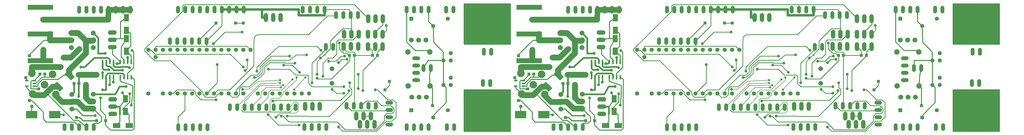
<source format=gbl>
G75*
%MOIN*%
%OFA0B0*%
%FSLAX25Y25*%
%IPPOS*%
%LPD*%
%AMOC8*
5,1,8,0,0,1.08239X$1,22.5*
%
%ADD10R,0.07000X0.09900*%
%ADD11R,0.09900X0.07000*%
%ADD12C,0.06000*%
%ADD13OC8,0.10000*%
%ADD14C,0.05800*%
%ADD15C,0.06750*%
%ADD16R,0.02100X0.06300*%
%ADD17C,0.06500*%
%ADD18C,0.05200*%
%ADD19R,0.15748X0.09843*%
%ADD20R,0.35000X0.07000*%
%ADD21R,0.05543X0.05543*%
%ADD22C,0.05543*%
%ADD23OC8,0.05200*%
%ADD24C,0.07400*%
%ADD25R,0.03937X0.04331*%
%ADD26R,0.07087X0.12598*%
%ADD27R,0.04724X0.02362*%
%ADD28C,0.02400*%
%ADD29C,0.03962*%
%ADD30C,0.01200*%
%ADD31C,0.01000*%
%ADD32C,0.01575*%
%ADD33C,0.03200*%
%ADD34C,0.03187*%
%ADD35C,0.00984*%
%ADD36R,0.03962X0.03962*%
%ADD37C,0.00600*%
%ADD38C,0.03100*%
%ADD39C,0.05000*%
%ADD40C,0.07874*%
%ADD41C,0.04750*%
%ADD42R,0.04750X0.04750*%
%ADD43C,0.07600*%
%ADD44C,0.04000*%
%ADD45C,0.01600*%
%ADD46R,0.03100X0.03100*%
D10*
X0255767Y0153320D03*
X0255767Y0170720D03*
X0257124Y0235910D03*
X0257124Y0253310D03*
X0257400Y0264613D03*
X0257400Y0282013D03*
X0926691Y0282013D03*
X0926691Y0264613D03*
X0926415Y0253310D03*
X0926415Y0235910D03*
X0925058Y0170720D03*
X0925058Y0153320D03*
D11*
X0930534Y0133961D03*
X0913134Y0133961D03*
X0261243Y0133961D03*
X0243843Y0133961D03*
D12*
X0241581Y0149988D02*
X0235581Y0149988D01*
X0235581Y0159988D02*
X0241581Y0159988D01*
X0241581Y0169988D02*
X0235581Y0169988D01*
X0502072Y0163490D02*
X0502072Y0157490D01*
X0512072Y0157490D02*
X0512072Y0163490D01*
X0522072Y0163490D02*
X0522072Y0157490D01*
X0571993Y0149955D02*
X0571993Y0143955D01*
X0576793Y0138744D02*
X0576793Y0132744D01*
X0586793Y0132744D02*
X0586793Y0138744D01*
X0581993Y0143955D02*
X0581993Y0149955D01*
X0591993Y0149955D02*
X0591993Y0143955D01*
X0596793Y0138744D02*
X0596793Y0132744D01*
X0904872Y0149988D02*
X0910872Y0149988D01*
X0910872Y0159988D02*
X0904872Y0159988D01*
X0904872Y0169988D02*
X0910872Y0169988D01*
X1171363Y0163490D02*
X1171363Y0157490D01*
X1181363Y0157490D02*
X1181363Y0163490D01*
X1191363Y0163490D02*
X1191363Y0157490D01*
X1241285Y0149955D02*
X1241285Y0143955D01*
X1246085Y0138744D02*
X1246085Y0132744D01*
X1256085Y0132744D02*
X1256085Y0138744D01*
X1251285Y0143955D02*
X1251285Y0149955D01*
X1261285Y0149955D02*
X1261285Y0143955D01*
X1266085Y0138744D02*
X1266085Y0132744D01*
X1267266Y0239366D02*
X1267266Y0245366D01*
X1277266Y0245366D02*
X1277266Y0239366D01*
X1257266Y0239366D02*
X1257266Y0245366D01*
X1243801Y0245681D02*
X1243801Y0239681D01*
X1233801Y0239681D02*
X1233801Y0245681D01*
X1223801Y0245681D02*
X1223801Y0239681D01*
X1224589Y0256374D02*
X1224589Y0262374D01*
X1234589Y0262374D02*
X1234589Y0256374D01*
X1244589Y0256374D02*
X1244589Y0262374D01*
X1257266Y0262453D02*
X1257266Y0256453D01*
X1267266Y0256453D02*
X1267266Y0262453D01*
X1277266Y0262453D02*
X1277266Y0256453D01*
X1277392Y0277835D02*
X1277392Y0283835D01*
X1267392Y0283835D02*
X1267392Y0277835D01*
X1257392Y0277835D02*
X1257392Y0283835D01*
X1137404Y0285382D02*
X1137404Y0279382D01*
X1127404Y0279382D02*
X1127404Y0285382D01*
X1117404Y0285382D02*
X1117404Y0279382D01*
X0910085Y0261650D02*
X0904085Y0261650D01*
X0904085Y0251650D02*
X0910085Y0251650D01*
X0910085Y0241650D02*
X0904085Y0241650D01*
X0607974Y0239366D02*
X0607974Y0245366D01*
X0597974Y0245366D02*
X0597974Y0239366D01*
X0587974Y0239366D02*
X0587974Y0245366D01*
X0574510Y0245681D02*
X0574510Y0239681D01*
X0564510Y0239681D02*
X0564510Y0245681D01*
X0554510Y0245681D02*
X0554510Y0239681D01*
X0555297Y0256374D02*
X0555297Y0262374D01*
X0565297Y0262374D02*
X0565297Y0256374D01*
X0575297Y0256374D02*
X0575297Y0262374D01*
X0587974Y0262453D02*
X0587974Y0256453D01*
X0597974Y0256453D02*
X0597974Y0262453D01*
X0607974Y0262453D02*
X0607974Y0256453D01*
X0608100Y0277835D02*
X0608100Y0283835D01*
X0598100Y0283835D02*
X0598100Y0277835D01*
X0588100Y0277835D02*
X0588100Y0283835D01*
X0468112Y0285382D02*
X0468112Y0279382D01*
X0458112Y0279382D02*
X0458112Y0285382D01*
X0448112Y0285382D02*
X0448112Y0279382D01*
X0240793Y0261650D02*
X0234793Y0261650D01*
X0234793Y0251650D02*
X0240793Y0251650D01*
X0240793Y0241650D02*
X0234793Y0241650D01*
D13*
X0156415Y0204484D03*
X0128069Y0205665D03*
X0145116Y0189878D03*
X0160510Y0176807D03*
X0129014Y0177516D03*
X0797360Y0205665D03*
X0825707Y0204484D03*
X0814407Y0189878D03*
X0829801Y0176807D03*
X0798305Y0177516D03*
D14*
X0956392Y0177862D03*
X0976392Y0177862D03*
X0986392Y0177862D03*
X0996392Y0177862D03*
X1006392Y0177862D03*
X1016392Y0177862D03*
X1026392Y0177862D03*
X1036392Y0177862D03*
X1046392Y0177862D03*
X1056392Y0177862D03*
X1066392Y0177862D03*
X1076392Y0177862D03*
X1086392Y0177862D03*
X1106392Y0177862D03*
X1116392Y0177862D03*
X1126392Y0177862D03*
X1136392Y0177862D03*
X1146392Y0177862D03*
X1156392Y0177862D03*
X1166392Y0177862D03*
X1176392Y0177862D03*
X0966392Y0227862D03*
X0966392Y0237862D03*
X0976392Y0237862D03*
X0986392Y0237862D03*
X0996392Y0237862D03*
X1006392Y0237862D03*
X1016392Y0237862D03*
X1026392Y0237862D03*
X1036392Y0237862D03*
X1046392Y0237862D03*
X1056392Y0237862D03*
X1066392Y0237862D03*
X1076392Y0237862D03*
X1086392Y0237862D03*
X1096392Y0237862D03*
X0956392Y0237862D03*
X0507100Y0177862D03*
X0497100Y0177862D03*
X0487100Y0177862D03*
X0477100Y0177862D03*
X0467100Y0177862D03*
X0457100Y0177862D03*
X0447100Y0177862D03*
X0437100Y0177862D03*
X0417100Y0177862D03*
X0407100Y0177862D03*
X0397100Y0177862D03*
X0387100Y0177862D03*
X0377100Y0177862D03*
X0367100Y0177862D03*
X0357100Y0177862D03*
X0347100Y0177862D03*
X0337100Y0177862D03*
X0327100Y0177862D03*
X0317100Y0177862D03*
X0307100Y0177862D03*
X0287100Y0177862D03*
X0297100Y0227862D03*
X0297100Y0237862D03*
X0287100Y0237862D03*
X0307100Y0237862D03*
X0317100Y0237862D03*
X0327100Y0237862D03*
X0337100Y0237862D03*
X0347100Y0237862D03*
X0357100Y0237862D03*
X0367100Y0237862D03*
X0377100Y0237862D03*
X0387100Y0237862D03*
X0397100Y0237862D03*
X0407100Y0237862D03*
X0417100Y0237862D03*
X0427100Y0237862D03*
D15*
X0211793Y0240941D03*
X0181998Y0240862D03*
X0181998Y0250862D03*
X0211793Y0250941D03*
X0211793Y0260941D03*
X0181998Y0260862D03*
X0182675Y0176650D03*
X0212085Y0177043D03*
X0212085Y0167043D03*
X0182675Y0166650D03*
X0182675Y0156650D03*
X0212085Y0157043D03*
X0647852Y0173146D03*
X0657852Y0173146D03*
X0667852Y0173146D03*
X0851967Y0176650D03*
X0881376Y0177043D03*
X0881376Y0167043D03*
X0851967Y0166650D03*
X0851967Y0156650D03*
X0881376Y0157043D03*
X0881085Y0240941D03*
X0851289Y0240862D03*
X0851289Y0250862D03*
X0881085Y0250941D03*
X0881085Y0260941D03*
X0851289Y0260862D03*
X0667360Y0251394D03*
X0657360Y0251394D03*
X0647360Y0251394D03*
X1316652Y0251394D03*
X1326652Y0251394D03*
X1336652Y0251394D03*
X1337144Y0173146D03*
X1327144Y0173146D03*
X1317144Y0173146D03*
D16*
X0933246Y0200412D03*
X0928246Y0200412D03*
X0923246Y0200412D03*
X0918246Y0200412D03*
X0908837Y0200412D03*
X0903837Y0200412D03*
X0898837Y0200412D03*
X0893837Y0200412D03*
X0893837Y0221312D03*
X0898837Y0221312D03*
X0903837Y0221312D03*
X0908837Y0221312D03*
X0918246Y0221312D03*
X0923246Y0221312D03*
X0928246Y0221312D03*
X0933246Y0221312D03*
X0263955Y0221312D03*
X0258955Y0221312D03*
X0253955Y0221312D03*
X0248955Y0221312D03*
X0239545Y0221312D03*
X0234545Y0221312D03*
X0229545Y0221312D03*
X0224545Y0221312D03*
X0224545Y0200412D03*
X0229545Y0200412D03*
X0234545Y0200412D03*
X0239545Y0200412D03*
X0248955Y0200412D03*
X0253955Y0200412D03*
X0258955Y0200412D03*
X0263955Y0200412D03*
D17*
X0538435Y0192185D03*
X0538435Y0212185D03*
X1207726Y0212185D03*
X1207726Y0192185D03*
D18*
X0172595Y0134433D02*
X0172595Y0129233D01*
X0182595Y0129233D02*
X0182595Y0134433D01*
X0192595Y0134433D02*
X0192595Y0129233D01*
X0202595Y0129233D02*
X0202595Y0134433D01*
X0212595Y0134433D02*
X0212595Y0129233D01*
X0328136Y0129093D02*
X0328136Y0134293D01*
X0338136Y0134293D02*
X0338136Y0129093D01*
X0348136Y0129093D02*
X0348136Y0134293D01*
X0358136Y0134293D02*
X0358136Y0129093D01*
X0368136Y0129093D02*
X0368136Y0134293D01*
X0398885Y0156566D02*
X0398885Y0161766D01*
X0408885Y0161766D02*
X0408885Y0156566D01*
X0418885Y0156566D02*
X0418885Y0161766D01*
X0428885Y0161766D02*
X0428885Y0156566D01*
X0438885Y0156566D02*
X0438885Y0161766D01*
X0448885Y0161766D02*
X0448885Y0156566D01*
X0458885Y0156566D02*
X0458885Y0161766D01*
X0468885Y0161766D02*
X0468885Y0156566D01*
X0478885Y0156566D02*
X0478885Y0161766D01*
X0488885Y0161766D02*
X0488885Y0156566D01*
X0558667Y0158538D02*
X0558667Y0163738D01*
X0568667Y0163738D02*
X0568667Y0158538D01*
X0578667Y0158538D02*
X0578667Y0163738D01*
X0588667Y0163738D02*
X0588667Y0158538D01*
X0598667Y0158538D02*
X0598667Y0163738D01*
X0614563Y0165429D02*
X0619763Y0165429D01*
X0619763Y0155429D02*
X0614563Y0155429D01*
X0614563Y0145429D02*
X0619763Y0145429D01*
X0619763Y0135429D02*
X0614563Y0135429D01*
X0640963Y0134407D02*
X0640963Y0129207D01*
X0650963Y0129207D02*
X0650963Y0134407D01*
X0660963Y0134407D02*
X0660963Y0129207D01*
X0670963Y0129207D02*
X0670963Y0134407D01*
X0696081Y0134407D02*
X0696081Y0129207D01*
X0706081Y0129207D02*
X0706081Y0134407D01*
X0841886Y0134433D02*
X0841886Y0129233D01*
X0851886Y0129233D02*
X0851886Y0134433D01*
X0861886Y0134433D02*
X0861886Y0129233D01*
X0871886Y0129233D02*
X0871886Y0134433D01*
X0881886Y0134433D02*
X0881886Y0129233D01*
X0997427Y0129093D02*
X0997427Y0134293D01*
X1007427Y0134293D02*
X1007427Y0129093D01*
X1017427Y0129093D02*
X1017427Y0134293D01*
X1027427Y0134293D02*
X1027427Y0129093D01*
X1037427Y0129093D02*
X1037427Y0134293D01*
X1068176Y0156566D02*
X1068176Y0161766D01*
X1078176Y0161766D02*
X1078176Y0156566D01*
X1088176Y0156566D02*
X1088176Y0161766D01*
X1098176Y0161766D02*
X1098176Y0156566D01*
X1108176Y0156566D02*
X1108176Y0161766D01*
X1118176Y0161766D02*
X1118176Y0156566D01*
X1128176Y0156566D02*
X1128176Y0161766D01*
X1138176Y0161766D02*
X1138176Y0156566D01*
X1148176Y0156566D02*
X1148176Y0161766D01*
X1158176Y0161766D02*
X1158176Y0156566D01*
X1227959Y0158538D02*
X1227959Y0163738D01*
X1237959Y0163738D02*
X1237959Y0158538D01*
X1247959Y0158538D02*
X1247959Y0163738D01*
X1257959Y0163738D02*
X1257959Y0158538D01*
X1267959Y0158538D02*
X1267959Y0163738D01*
X1283855Y0165429D02*
X1289055Y0165429D01*
X1289055Y0155429D02*
X1283855Y0155429D01*
X1283855Y0145429D02*
X1289055Y0145429D01*
X1289055Y0135429D02*
X1283855Y0135429D01*
X1310254Y0134407D02*
X1310254Y0129207D01*
X1320254Y0129207D02*
X1320254Y0134407D01*
X1330254Y0134407D02*
X1330254Y0129207D01*
X1340254Y0129207D02*
X1340254Y0134407D01*
X1365372Y0134407D02*
X1365372Y0129207D01*
X1375372Y0129207D02*
X1375372Y0134407D01*
X1200230Y0134607D02*
X1200230Y0129407D01*
X1190230Y0129407D02*
X1190230Y0134607D01*
X1180230Y0134607D02*
X1180230Y0129407D01*
X1170230Y0129407D02*
X1170230Y0134607D01*
X1320185Y0196240D02*
X1325385Y0196240D01*
X1325385Y0206240D02*
X1320185Y0206240D01*
X1335352Y0210408D02*
X1335352Y0215608D01*
X1325385Y0216240D02*
X1320185Y0216240D01*
X1345352Y0215608D02*
X1345352Y0210408D01*
X1325385Y0226240D02*
X1320185Y0226240D01*
X1415729Y0232683D02*
X1415729Y0237883D01*
X1425729Y0237883D02*
X1425729Y0232683D01*
X1424585Y0194939D02*
X1424585Y0189739D01*
X1414585Y0189739D02*
X1414585Y0194939D01*
X1209526Y0239443D02*
X1209526Y0244643D01*
X1199526Y0244643D02*
X1199526Y0239443D01*
X1036356Y0247317D02*
X1036356Y0252517D01*
X1026356Y0252517D02*
X1026356Y0247317D01*
X1016356Y0247317D02*
X1016356Y0252517D01*
X1006356Y0252517D02*
X1006356Y0247317D01*
X0996356Y0247317D02*
X0996356Y0252517D01*
X0986356Y0252517D02*
X0986356Y0247317D01*
X0997360Y0290624D02*
X0997360Y0295824D01*
X1007360Y0295824D02*
X1007360Y0290624D01*
X1017360Y0290624D02*
X1017360Y0295824D01*
X1027360Y0295824D02*
X1027360Y0290624D01*
X1037360Y0290624D02*
X1037360Y0295824D01*
X1047360Y0295824D02*
X1047360Y0290624D01*
X1057360Y0290624D02*
X1057360Y0295824D01*
X1067360Y0295824D02*
X1067360Y0290624D01*
X1077360Y0290624D02*
X1077360Y0295824D01*
X1087360Y0295824D02*
X1087360Y0290624D01*
X1168030Y0290624D02*
X1168030Y0295824D01*
X1178030Y0295824D02*
X1178030Y0290624D01*
X1188030Y0290624D02*
X1188030Y0295824D01*
X1198030Y0295824D02*
X1198030Y0290624D01*
X1213502Y0288210D02*
X1213502Y0283010D01*
X1223502Y0283010D02*
X1223502Y0288210D01*
X1233502Y0288210D02*
X1233502Y0283010D01*
X1243502Y0283010D02*
X1243502Y0288210D01*
X1310254Y0290624D02*
X1310254Y0295824D01*
X1320254Y0295824D02*
X1320254Y0290624D01*
X1330254Y0290624D02*
X1330254Y0295824D01*
X1340254Y0295824D02*
X1340254Y0290624D01*
X1364368Y0290624D02*
X1364368Y0295824D01*
X1374368Y0295824D02*
X1374368Y0290624D01*
X0931886Y0290333D02*
X0931886Y0295533D01*
X0921886Y0295533D02*
X0921886Y0290333D01*
X0911886Y0290333D02*
X0911886Y0295533D01*
X0901886Y0295533D02*
X0901886Y0290333D01*
X0891886Y0290333D02*
X0891886Y0295533D01*
X0881886Y0295533D02*
X0881886Y0290333D01*
X0871886Y0290333D02*
X0871886Y0295533D01*
X0861886Y0295533D02*
X0861886Y0290333D01*
X0705077Y0290624D02*
X0705077Y0295824D01*
X0695077Y0295824D02*
X0695077Y0290624D01*
X0670963Y0290624D02*
X0670963Y0295824D01*
X0660963Y0295824D02*
X0660963Y0290624D01*
X0650963Y0290624D02*
X0650963Y0295824D01*
X0640963Y0295824D02*
X0640963Y0290624D01*
X0574211Y0288210D02*
X0574211Y0283010D01*
X0564211Y0283010D02*
X0564211Y0288210D01*
X0554211Y0288210D02*
X0554211Y0283010D01*
X0544211Y0283010D02*
X0544211Y0288210D01*
X0528738Y0290624D02*
X0528738Y0295824D01*
X0518738Y0295824D02*
X0518738Y0290624D01*
X0508738Y0290624D02*
X0508738Y0295824D01*
X0498738Y0295824D02*
X0498738Y0290624D01*
X0418069Y0290624D02*
X0418069Y0295824D01*
X0408069Y0295824D02*
X0408069Y0290624D01*
X0398069Y0290624D02*
X0398069Y0295824D01*
X0388069Y0295824D02*
X0388069Y0290624D01*
X0378069Y0290624D02*
X0378069Y0295824D01*
X0368069Y0295824D02*
X0368069Y0290624D01*
X0358069Y0290624D02*
X0358069Y0295824D01*
X0348069Y0295824D02*
X0348069Y0290624D01*
X0338069Y0290624D02*
X0338069Y0295824D01*
X0328069Y0295824D02*
X0328069Y0290624D01*
X0262595Y0290333D02*
X0262595Y0295533D01*
X0252595Y0295533D02*
X0252595Y0290333D01*
X0242595Y0290333D02*
X0242595Y0295533D01*
X0232595Y0295533D02*
X0232595Y0290333D01*
X0222595Y0290333D02*
X0222595Y0295533D01*
X0212595Y0295533D02*
X0212595Y0290333D01*
X0202595Y0290333D02*
X0202595Y0295533D01*
X0192595Y0295533D02*
X0192595Y0290333D01*
X0317065Y0252517D02*
X0317065Y0247317D01*
X0327065Y0247317D02*
X0327065Y0252517D01*
X0337065Y0252517D02*
X0337065Y0247317D01*
X0347065Y0247317D02*
X0347065Y0252517D01*
X0357065Y0252517D02*
X0357065Y0247317D01*
X0367065Y0247317D02*
X0367065Y0252517D01*
X0530234Y0244643D02*
X0530234Y0239443D01*
X0540234Y0239443D02*
X0540234Y0244643D01*
X0651359Y0226366D02*
X0656559Y0226366D01*
X0656559Y0216366D02*
X0651359Y0216366D01*
X0664093Y0215608D02*
X0664093Y0210408D01*
X0656559Y0206366D02*
X0651359Y0206366D01*
X0674093Y0210408D02*
X0674093Y0215608D01*
X0746437Y0232683D02*
X0746437Y0237883D01*
X0756437Y0237883D02*
X0756437Y0232683D01*
X0755293Y0194939D02*
X0755293Y0189739D01*
X0745293Y0189739D02*
X0745293Y0194939D01*
X0656559Y0196366D02*
X0651359Y0196366D01*
X0530938Y0134607D02*
X0530938Y0129407D01*
X0520938Y0129407D02*
X0520938Y0134607D01*
X0510938Y0134607D02*
X0510938Y0129407D01*
X0500938Y0129407D02*
X0500938Y0134607D01*
D19*
X0796951Y0148933D03*
X0828447Y0148933D03*
X0159156Y0148933D03*
X0127659Y0148933D03*
D20*
X0139439Y0222988D03*
X0139439Y0259602D03*
X0139439Y0296295D03*
X0808730Y0296295D03*
X0808730Y0259602D03*
X0808730Y0222988D03*
D21*
X0647380Y0280843D03*
X0647380Y0154858D03*
X1316671Y0154858D03*
X1316671Y0280843D03*
D22*
X1346671Y0270843D03*
X1366671Y0280843D03*
X1366671Y0154858D03*
X1346671Y0144858D03*
X0697380Y0154858D03*
X0677380Y0144858D03*
X0677380Y0270843D03*
X0697380Y0280843D03*
D23*
X0701396Y0233264D03*
X0701396Y0223264D03*
X0691396Y0223264D03*
X0701396Y0199799D03*
X0701396Y0189799D03*
X0691396Y0189799D03*
X1360687Y0189799D03*
X1370687Y0189799D03*
X1370687Y0199799D03*
X1370687Y0223264D03*
X1360687Y0223264D03*
X1370687Y0233264D03*
D24*
X1341809Y0235154D03*
X1311809Y0235154D03*
X1312301Y0188402D03*
X1342301Y0188402D03*
X0673010Y0188402D03*
X0643010Y0188402D03*
X0642518Y0235154D03*
X0672518Y0235154D03*
D25*
X0600825Y0230232D03*
X0594132Y0230232D03*
X0569329Y0230232D03*
X0562636Y0230232D03*
X0808207Y0204642D03*
X0814900Y0204642D03*
X0854959Y0191846D03*
X0861652Y0191846D03*
X1231927Y0230232D03*
X1238620Y0230232D03*
X1263423Y0230232D03*
X1270116Y0230232D03*
X0192360Y0191846D03*
X0185667Y0191846D03*
X0145608Y0204642D03*
X0138915Y0204642D03*
D26*
G36*
X0172702Y0204982D02*
X0177713Y0209993D01*
X0186620Y0201086D01*
X0181609Y0196075D01*
X0172702Y0204982D01*
G37*
G36*
X0157112Y0189392D02*
X0162123Y0194403D01*
X0171030Y0185496D01*
X0166019Y0180485D01*
X0157112Y0189392D01*
G37*
G36*
X0826404Y0189392D02*
X0831415Y0194403D01*
X0840322Y0185496D01*
X0835311Y0180485D01*
X0826404Y0189392D01*
G37*
G36*
X0841994Y0204982D02*
X0847005Y0209993D01*
X0855912Y0201086D01*
X0850901Y0196075D01*
X0841994Y0204982D01*
G37*
D27*
X0800455Y0195587D03*
X0800455Y0191846D03*
X0800455Y0188106D03*
X0790171Y0188106D03*
X0790171Y0195587D03*
X0131163Y0195587D03*
X0131163Y0191846D03*
X0131163Y0188106D03*
X0120880Y0188106D03*
X0120880Y0195587D03*
D28*
X0182675Y0176650D02*
X0185667Y0179642D01*
X0185667Y0191846D01*
X0191967Y0191453D02*
X0192360Y0191846D01*
X0192360Y0203264D01*
X0191967Y0203657D01*
X0224447Y0206610D02*
X0224545Y0205528D01*
X0224545Y0200412D01*
X0229368Y0200235D02*
X0229368Y0202673D01*
X0232321Y0205626D01*
X0252006Y0205626D01*
X0253974Y0203657D01*
X0253974Y0200432D01*
X0253955Y0200412D01*
X0253974Y0200393D01*
X0229545Y0200412D02*
X0229368Y0200235D01*
X0229368Y0182988D01*
X0224447Y0182988D01*
X0242077Y0177043D02*
X0247900Y0187667D01*
X0256819Y0187667D01*
X0242077Y0177043D02*
X0212085Y0177043D01*
X0212124Y0177083D01*
X0191967Y0174130D02*
X0191967Y0191453D01*
X0224545Y0212417D02*
X0226415Y0210547D01*
X0233305Y0210547D01*
X0234289Y0215469D02*
X0240195Y0210055D01*
X0252006Y0210055D01*
X0259195Y0214533D02*
X0241179Y0214484D01*
X0239545Y0216118D01*
X0239545Y0221312D01*
X0234595Y0221362D02*
X0234595Y0224733D01*
X0232264Y0227064D01*
X0213620Y0227064D01*
X0199841Y0214484D01*
X0194919Y0214484D01*
X0224545Y0212417D02*
X0224545Y0221312D01*
X0224447Y0221411D01*
X0229545Y0221312D02*
X0229545Y0217260D01*
X0231337Y0215469D01*
X0234289Y0215469D01*
X0244132Y0218974D02*
X0246617Y0218974D01*
X0248955Y0221312D01*
X0258955Y0221312D02*
X0258955Y0228205D01*
X0258896Y0227464D01*
X0259195Y0233510D02*
X0259195Y0238533D01*
X0257124Y0235910D02*
X0260018Y0233510D01*
X0259195Y0233510D02*
X0257124Y0235910D01*
X0238384Y0241059D02*
X0237793Y0241650D01*
X0228384Y0233185D02*
X0218541Y0233185D01*
X0218541Y0254193D01*
X0211793Y0260941D01*
X0237793Y0251650D02*
X0238541Y0252702D01*
X0263995Y0221352D02*
X0263955Y0221312D01*
X0259195Y0214533D02*
X0259244Y0214484D01*
X0261628Y0213194D01*
X0247744Y0159988D02*
X0248367Y0159366D01*
X0248267Y0149681D01*
X0247744Y0159988D02*
X0238581Y0159988D01*
X0851967Y0176650D02*
X0854959Y0179642D01*
X0854959Y0191846D01*
X0861258Y0191453D02*
X0861652Y0191846D01*
X0861652Y0203264D01*
X0861258Y0203657D01*
X0864211Y0214484D02*
X0869132Y0214484D01*
X0882911Y0227064D01*
X0901556Y0227064D01*
X0903886Y0224733D01*
X0903886Y0221362D01*
X0908837Y0221312D02*
X0908837Y0216118D01*
X0910470Y0214484D01*
X0928486Y0214533D01*
X0928535Y0214484D01*
X0930920Y0213194D01*
X0921297Y0210055D02*
X0909486Y0210055D01*
X0903581Y0215469D01*
X0900628Y0215469D01*
X0898837Y0217260D01*
X0898837Y0221312D01*
X0893837Y0221312D02*
X0893837Y0212417D01*
X0895707Y0210547D01*
X0902596Y0210547D01*
X0901612Y0205626D02*
X0898659Y0202673D01*
X0898659Y0200235D01*
X0898837Y0200412D01*
X0898659Y0200235D02*
X0898659Y0182988D01*
X0893738Y0182988D01*
X0911368Y0177043D02*
X0917192Y0187667D01*
X0926111Y0187667D01*
X0923266Y0200393D02*
X0923246Y0200412D01*
X0923266Y0200432D01*
X0923266Y0203657D01*
X0921297Y0205626D01*
X0901612Y0205626D01*
X0893837Y0205528D02*
X0893738Y0206610D01*
X0893837Y0205528D02*
X0893837Y0200412D01*
X0861258Y0191453D02*
X0861258Y0174130D01*
X0881376Y0177043D02*
X0911368Y0177043D01*
X0881415Y0177083D02*
X0881376Y0177043D01*
X0907872Y0159988D02*
X0917036Y0159988D01*
X0917658Y0159366D01*
X0917558Y0149681D01*
X0915908Y0218974D02*
X0918246Y0221312D01*
X0915908Y0218974D02*
X0913423Y0218974D01*
X0928246Y0221312D02*
X0928246Y0228205D01*
X0928187Y0227464D01*
X0928486Y0233510D02*
X0928486Y0238533D01*
X0926415Y0235910D02*
X0929309Y0233510D01*
X0928486Y0233510D02*
X0926415Y0235910D01*
X0907675Y0241059D02*
X0907085Y0241650D01*
X0897675Y0233185D02*
X0887833Y0233185D01*
X0887833Y0254193D01*
X0881085Y0260941D01*
X0907085Y0251650D02*
X0907833Y0252702D01*
X0893738Y0221411D02*
X0893837Y0221312D01*
X0933246Y0221312D02*
X0933286Y0221352D01*
D29*
X0913423Y0218974D03*
X0928187Y0227464D03*
X0897675Y0233185D03*
X0934093Y0237122D03*
X0930920Y0213194D03*
X0921297Y0210055D03*
X0902596Y0210547D03*
X0893738Y0206610D03*
X0864211Y0214484D03*
X0908502Y0193815D03*
X0903581Y0189878D03*
X0893738Y0182988D03*
X0871100Y0189878D03*
X0921297Y0178933D03*
X0931140Y0177812D03*
X0926219Y0187559D03*
X0891278Y0172161D03*
X0861258Y0174130D03*
X0933311Y0162103D03*
X0883896Y0147555D03*
X0840589Y0148539D03*
X1049123Y0169512D03*
X1085671Y0183811D03*
X1101758Y0199898D03*
X1105333Y0208835D03*
X1120857Y0211516D03*
X1141974Y0216878D03*
X1157167Y0219559D03*
X1192313Y0226760D03*
X1203640Y0222240D03*
X1217045Y0220453D03*
X1228663Y0224921D03*
X1225089Y0229390D03*
X1192915Y0237433D03*
X1173254Y0231177D03*
X1150018Y0229390D03*
X1091927Y0224028D03*
X1086565Y0214197D03*
X1089246Y0209728D03*
X1050817Y0217772D03*
X1163423Y0207047D03*
X1187553Y0204366D03*
X1195596Y0201685D03*
X1187553Y0199004D03*
X1180404Y0192748D03*
X1208202Y0183811D03*
X1224195Y0187386D03*
X1232238Y0192748D03*
X1243856Y0184705D03*
X1250112Y0182024D03*
X1267093Y0182917D03*
X1231344Y0182024D03*
X1224195Y0178449D03*
X1126781Y0167724D03*
X1120526Y0148957D03*
X1131250Y0145382D03*
X1138400Y0147169D03*
X1146443Y0147169D03*
X1162936Y0134764D03*
X1216770Y0132008D03*
X1243856Y0204366D03*
X1217939Y0247264D03*
X1282285Y0271394D03*
X1084778Y0262457D03*
X1045455Y0246370D03*
X0612994Y0271394D03*
X0548648Y0247264D03*
X0523624Y0237433D03*
X0503963Y0231177D03*
X0523022Y0226760D03*
X0534348Y0222240D03*
X0547754Y0220453D03*
X0559372Y0224921D03*
X0555797Y0229390D03*
X0487876Y0219559D03*
X0472683Y0216878D03*
X0451566Y0211516D03*
X0436041Y0208835D03*
X0419955Y0209728D03*
X0417274Y0214197D03*
X0381526Y0217772D03*
X0422636Y0224028D03*
X0480726Y0229390D03*
X0494132Y0207047D03*
X0518262Y0204366D03*
X0526305Y0201685D03*
X0518262Y0199004D03*
X0511112Y0192748D03*
X0538911Y0183811D03*
X0554904Y0187386D03*
X0562947Y0192748D03*
X0574565Y0184705D03*
X0580821Y0182024D03*
X0597801Y0182917D03*
X0562053Y0182024D03*
X0554904Y0178449D03*
X0457490Y0167724D03*
X0451234Y0148957D03*
X0461959Y0145382D03*
X0469108Y0147169D03*
X0477152Y0147169D03*
X0493644Y0134764D03*
X0547478Y0132008D03*
X0379832Y0169512D03*
X0416380Y0183811D03*
X0432467Y0199898D03*
X0574565Y0204366D03*
X0376163Y0246370D03*
X0415486Y0262457D03*
X0264801Y0237122D03*
X0258896Y0227464D03*
X0244132Y0218974D03*
X0261628Y0213194D03*
X0252006Y0210055D03*
X0233305Y0210547D03*
X0224447Y0206610D03*
X0194919Y0214484D03*
X0239211Y0193815D03*
X0234289Y0189878D03*
X0224447Y0182988D03*
X0201809Y0189878D03*
X0191967Y0174130D03*
X0221986Y0172161D03*
X0252006Y0178933D03*
X0261848Y0177812D03*
X0256927Y0187559D03*
X0264019Y0162103D03*
X0214604Y0147555D03*
X0171297Y0148539D03*
X0228384Y0233185D03*
D30*
X0238423Y0232004D02*
X0238384Y0241059D01*
X0250355Y0241452D02*
X0257124Y0253310D01*
X0249211Y0253302D01*
X0238541Y0252702D01*
X0249211Y0253302D02*
X0249211Y0276374D01*
X0257400Y0282013D01*
X0257400Y0264613D02*
X0263395Y0260417D01*
X0263395Y0242733D01*
X0259195Y0238533D01*
X0260018Y0233510D02*
X0263995Y0229533D01*
X0263995Y0221352D01*
X0253955Y0221312D02*
X0253955Y0224573D01*
X0250195Y0227733D01*
X0250355Y0241452D01*
X0264801Y0237122D02*
X0267262Y0235154D01*
X0267262Y0213500D01*
X0258955Y0205685D01*
X0258955Y0200412D01*
X0263955Y0200412D02*
X0268155Y0197250D01*
X0267970Y0179435D01*
X0267970Y0130155D01*
X0265496Y0127681D01*
X0235647Y0127681D01*
X0228595Y0134733D01*
X0228595Y0140384D01*
X0228876Y0140665D01*
X0228595Y0140946D01*
X0228595Y0147933D01*
X0221995Y0154533D01*
X0221986Y0154533D01*
X0221986Y0172161D01*
X0248367Y0159366D02*
X0255767Y0170720D01*
X0252006Y0178933D01*
X0261848Y0177812D02*
X0261848Y0166187D01*
X0252595Y0156933D01*
X0252595Y0155291D01*
X0255767Y0153320D01*
X0260867Y0149081D01*
X0261243Y0133961D01*
X0248395Y0138933D02*
X0248395Y0149553D01*
X0248267Y0149681D01*
X0223195Y0145933D02*
X0223195Y0139933D01*
X0219195Y0136933D01*
X0213195Y0136933D01*
X0212557Y0136295D01*
X0212595Y0136295D01*
X0212595Y0131833D01*
X0202595Y0131833D02*
X0191474Y0141157D01*
X0185077Y0141157D01*
X0150628Y0175606D01*
X0144722Y0175606D01*
X0129014Y0177516D02*
X0120880Y0185650D01*
X0120880Y0188106D01*
X0126514Y0184957D02*
X0127006Y0184465D01*
X0137341Y0184465D01*
X0135864Y0187909D02*
X0131360Y0187909D01*
X0131163Y0188106D01*
X0131163Y0191846D02*
X0133404Y0191846D01*
X0141770Y0200213D01*
X0145215Y0200213D01*
X0145608Y0200606D01*
X0145608Y0204642D01*
X0138915Y0204642D02*
X0138915Y0203339D01*
X0131163Y0195587D01*
X0127793Y0195587D01*
X0126514Y0194307D01*
X0126514Y0184957D01*
X0135864Y0187909D02*
X0136356Y0188402D01*
X0136356Y0191354D01*
X0142262Y0197260D01*
X0163915Y0197260D01*
X0171166Y0203034D01*
X0179661Y0203034D01*
X0156415Y0204484D02*
X0152144Y0200213D01*
X0145215Y0200213D01*
X0120880Y0198465D02*
X0120880Y0195587D01*
X0120880Y0198465D02*
X0119624Y0199720D01*
X0234545Y0221312D02*
X0234595Y0221362D01*
X0242262Y0228165D02*
X0248955Y0221312D01*
X0242262Y0228165D02*
X0238423Y0232004D01*
X0152754Y0250862D02*
X0152715Y0250902D01*
X0144722Y0250902D01*
X0124545Y0231217D01*
X0124545Y0229740D01*
X0249053Y0200314D02*
X0249053Y0194631D01*
X0265448Y0189035D01*
X0265448Y0174791D01*
X0264019Y0162103D01*
X0221986Y0154533D02*
X0221986Y0154445D01*
X0223195Y0145933D02*
X0212085Y0157043D01*
X0171297Y0148539D02*
X0170904Y0148933D01*
X0159156Y0148933D01*
X0143738Y0152476D02*
X0127990Y0168224D01*
X0124545Y0168224D01*
X0127990Y0160350D02*
X0127659Y0160020D01*
X0127659Y0148933D01*
X0143738Y0152476D02*
X0143738Y0143126D01*
X0147459Y0138805D01*
X0186830Y0138805D01*
X0192595Y0131833D01*
X0243843Y0133961D02*
X0243843Y0134381D01*
X0248395Y0138933D01*
X0256927Y0187559D02*
X0256819Y0187667D01*
X0640963Y0248756D02*
X0652596Y0237122D01*
X0670549Y0237122D01*
X0672518Y0235154D01*
X0677872Y0248264D02*
X0690982Y0235154D01*
X0690982Y0223677D01*
X0691396Y0223264D01*
X0670411Y0223264D01*
X0664093Y0213008D01*
X0674093Y0213008D02*
X0672124Y0203067D01*
X0673010Y0188402D01*
X0676219Y0185193D01*
X0676219Y0161335D01*
X0678856Y0149209D02*
X0694919Y0165272D01*
X0694919Y0186276D01*
X0691396Y0189799D01*
X0691396Y0223264D01*
X0677872Y0248264D02*
X0677380Y0270843D01*
X0670963Y0276768D01*
X0670963Y0293224D01*
X0640963Y0293224D02*
X0640963Y0248756D01*
X0793837Y0231217D02*
X0814014Y0250902D01*
X0822006Y0250902D01*
X0822045Y0250862D01*
X0793837Y0231217D02*
X0793837Y0229740D01*
X0808207Y0204642D02*
X0808207Y0203339D01*
X0800455Y0195587D01*
X0797085Y0195587D01*
X0795805Y0194307D01*
X0795805Y0184957D01*
X0796297Y0184465D01*
X0806632Y0184465D01*
X0805156Y0187909D02*
X0800652Y0187909D01*
X0800455Y0188106D01*
X0800455Y0191846D02*
X0802695Y0191846D01*
X0811061Y0200213D01*
X0814506Y0200213D01*
X0814900Y0200606D01*
X0814900Y0204642D01*
X0821435Y0200213D02*
X0825707Y0204484D01*
X0833207Y0197260D02*
X0840457Y0203034D01*
X0848953Y0203034D01*
X0833207Y0197260D02*
X0811553Y0197260D01*
X0805648Y0191354D01*
X0805648Y0188402D01*
X0805156Y0187909D01*
X0798305Y0177516D02*
X0790171Y0185650D01*
X0790171Y0188106D01*
X0790171Y0195587D02*
X0790171Y0198465D01*
X0788915Y0199720D01*
X0814506Y0200213D02*
X0821435Y0200213D01*
X0903837Y0221312D02*
X0903886Y0221362D01*
X0911553Y0228165D02*
X0918246Y0221312D01*
X0923246Y0221312D02*
X0923246Y0224573D01*
X0919486Y0227733D01*
X0919646Y0241452D01*
X0926415Y0253310D01*
X0918502Y0253302D01*
X0907833Y0252702D01*
X0918502Y0253302D02*
X0918502Y0276374D01*
X0926691Y0282013D01*
X0926691Y0264613D02*
X0932686Y0260417D01*
X0932686Y0242733D01*
X0928486Y0238533D01*
X0929309Y0233510D02*
X0933286Y0229533D01*
X0933286Y0221352D01*
X0936553Y0213500D02*
X0936553Y0235154D01*
X0934093Y0237122D01*
X0907675Y0241059D02*
X0907715Y0232004D01*
X0911553Y0228165D01*
X0928246Y0205685D02*
X0936553Y0213500D01*
X0928246Y0205685D02*
X0928246Y0200412D01*
X0933246Y0200412D02*
X0937446Y0197250D01*
X0937261Y0179435D01*
X0937261Y0130155D01*
X0934787Y0127681D01*
X0904938Y0127681D01*
X0897886Y0134733D01*
X0897886Y0140384D01*
X0898167Y0140665D01*
X0897886Y0140946D01*
X0897886Y0147933D01*
X0891286Y0154533D01*
X0891278Y0154533D01*
X0891278Y0172161D01*
X0921297Y0178933D02*
X0925058Y0170720D01*
X0917658Y0159366D01*
X0921886Y0156933D02*
X0931140Y0166187D01*
X0931140Y0177812D01*
X0934740Y0174791D02*
X0933311Y0162103D01*
X0925058Y0153320D02*
X0921886Y0155291D01*
X0921886Y0156933D01*
X0925058Y0153320D02*
X0930158Y0149081D01*
X0930534Y0133961D01*
X0917686Y0138933D02*
X0917686Y0149553D01*
X0917558Y0149681D01*
X0892486Y0145933D02*
X0881376Y0157043D01*
X0891278Y0154533D02*
X0891278Y0154445D01*
X0892486Y0145933D02*
X0892486Y0139933D01*
X0888486Y0136933D01*
X0882486Y0136933D01*
X0881848Y0136295D01*
X0881886Y0136295D01*
X0881886Y0131833D01*
X0871886Y0131833D02*
X0860766Y0141157D01*
X0854368Y0141157D01*
X0819919Y0175606D01*
X0814014Y0175606D01*
X0797281Y0168224D02*
X0813030Y0152476D01*
X0813030Y0143126D01*
X0816751Y0138805D01*
X0856121Y0138805D01*
X0861886Y0131833D01*
X0913134Y0133961D02*
X0913134Y0134381D01*
X0917686Y0138933D01*
X0840589Y0148539D02*
X0840195Y0148933D01*
X0828447Y0148933D01*
X0796951Y0148933D02*
X0796951Y0160020D01*
X0797281Y0160350D01*
X0797281Y0168224D02*
X0793837Y0168224D01*
X0678856Y0149209D02*
X0677380Y0144858D01*
X0918344Y0194631D02*
X0918344Y0200314D01*
X0918344Y0194631D02*
X0934740Y0189035D01*
X0934740Y0174791D01*
X0926219Y0187559D02*
X0926111Y0187667D01*
X1310254Y0248756D02*
X1321888Y0237122D01*
X1339841Y0237122D01*
X1341809Y0235154D01*
X1347163Y0248264D02*
X1360274Y0235154D01*
X1360274Y0223677D01*
X1360687Y0223264D01*
X1335766Y0223264D01*
X1335352Y0213008D01*
X1345352Y0213008D02*
X1343384Y0203067D01*
X1342301Y0188402D01*
X1345510Y0185193D01*
X1345510Y0161335D01*
X1348148Y0149209D02*
X1364211Y0165272D01*
X1364211Y0186276D01*
X1360687Y0189799D01*
X1360687Y0223264D01*
X1347163Y0248264D02*
X1346671Y0270843D01*
X1340254Y0276768D01*
X1340254Y0293224D01*
X1310254Y0293224D02*
X1310254Y0248756D01*
X1348148Y0149209D02*
X1346671Y0144858D01*
D31*
X1295597Y0145382D02*
X1289435Y0140020D01*
X1282285Y0140020D01*
X1269050Y0126224D01*
X1222333Y0126224D01*
X1216770Y0132008D01*
X1215258Y0139126D02*
X1225982Y0128402D01*
X1267986Y0128402D01*
X1279604Y0140020D01*
X1279604Y0147169D01*
X1283179Y0150744D01*
X1290329Y0150744D01*
X1293010Y0153425D01*
X1293010Y0157000D01*
X1288541Y0161469D01*
X1276030Y0161469D01*
X1269774Y0167724D01*
X1254581Y0167724D01*
X1248325Y0161469D01*
X1247959Y0161138D01*
X1238494Y0161469D02*
X1237959Y0161138D01*
X1238494Y0161469D02*
X1238494Y0229390D01*
X1238620Y0230232D01*
X1232238Y0229390D02*
X1231927Y0230232D01*
X1231344Y0230283D01*
X1228663Y0232965D01*
X1224195Y0232965D01*
X1217939Y0239220D01*
X1217939Y0247264D01*
X1214364Y0249051D02*
X1217045Y0251732D01*
X1236707Y0251732D01*
X1243856Y0258882D01*
X1244589Y0259374D01*
X1234919Y0266925D02*
X1234589Y0266925D01*
X1222407Y0266925D01*
X1205427Y0249945D01*
X1205427Y0239220D01*
X1197384Y0231177D01*
X1199033Y0230665D01*
X1196490Y0230283D01*
X1192313Y0226760D01*
X1187553Y0221346D01*
X1187553Y0204366D01*
X1195596Y0201685D02*
X1195596Y0219559D01*
X1202746Y0226709D01*
X1209002Y0226709D01*
X1214364Y0232071D01*
X1214364Y0249051D01*
X1192915Y0237433D02*
X1187553Y0242795D01*
X1134825Y0242795D01*
X1131250Y0239220D01*
X1122313Y0231177D01*
X1105333Y0214197D01*
X1105333Y0208835D01*
X1109707Y0207047D02*
X1105333Y0203472D01*
X1097289Y0203472D01*
X1076734Y0182917D01*
X1076734Y0178449D01*
X1076392Y0177862D01*
X1077628Y0173087D02*
X1081203Y0176661D01*
X1081203Y0184705D01*
X1083884Y0187386D01*
X1094608Y0187386D01*
X1114882Y0205260D01*
X1114882Y0213303D01*
X1122832Y0220453D01*
X1143762Y0220453D01*
X1144656Y0219559D01*
X1157167Y0219559D01*
X1153593Y0216878D02*
X1163423Y0207047D01*
X1158061Y0203472D02*
X1150018Y0211516D01*
X1120857Y0211516D01*
X1112295Y0214197D02*
X1112295Y0206154D01*
X1104439Y0199898D01*
X1101758Y0199898D01*
X1109707Y0207047D02*
X1109707Y0215091D01*
X1124807Y0229390D01*
X1150018Y0229390D01*
X1149830Y0223840D02*
X1158767Y0231177D01*
X1173254Y0231177D01*
X1180404Y0219559D02*
X1199171Y0238327D01*
X1199171Y0241902D01*
X1199526Y0242043D01*
X1213470Y0222240D02*
X1220620Y0229390D01*
X1225089Y0229390D01*
X1232238Y0229390D02*
X1232238Y0223134D01*
X1207215Y0198110D01*
X1188447Y0198110D01*
X1187553Y0199004D01*
X1175935Y0201685D02*
X1174148Y0203472D01*
X1158061Y0203472D01*
X1175935Y0201685D02*
X1175935Y0191854D01*
X1180404Y0187386D01*
X1224195Y0187386D01*
X1232238Y0186492D02*
X1234919Y0183811D01*
X1234919Y0177055D01*
X1216545Y0158681D01*
X1214145Y0156400D01*
X1204315Y0146569D01*
X1146443Y0147169D01*
X1141081Y0147169D02*
X1149124Y0139126D01*
X1215258Y0139126D01*
X1234919Y0154319D02*
X1284967Y0154319D01*
X1285860Y0155213D01*
X1286455Y0155429D01*
X1295597Y0145382D02*
X1295597Y0165937D01*
X1291222Y0169512D01*
X1284073Y0169512D01*
X1270667Y0182917D01*
X1267093Y0182917D01*
X1250112Y0182024D02*
X1250112Y0209728D01*
X1269774Y0229390D01*
X1270116Y0230232D01*
X1270667Y0230283D01*
X1270667Y0235646D01*
X1276923Y0241902D01*
X1277266Y0242366D01*
X1277266Y0259453D02*
X1277817Y0259776D01*
X1282285Y0264244D01*
X1282285Y0271394D01*
X1257392Y0280835D02*
X1257262Y0281224D01*
X1238494Y0299992D01*
X1005238Y0299992D01*
X1003451Y0298205D01*
X1003451Y0291055D01*
X0951616Y0239220D01*
X0951616Y0236539D01*
X0965022Y0223134D01*
X0987364Y0223134D01*
X1031156Y0179343D01*
X1031156Y0176661D01*
X1034730Y0173087D01*
X1048136Y0173087D01*
X1052604Y0177555D01*
X1056179Y0177555D01*
X1056392Y0177862D01*
X1051711Y0182917D02*
X1047242Y0178449D01*
X1046392Y0177862D01*
X1051711Y0182917D02*
X1067797Y0182917D01*
X1100864Y0215984D01*
X1100864Y0245476D01*
X1101415Y0255823D01*
X1105352Y0258776D01*
X1114270Y0258882D01*
X1175935Y0258882D01*
X1201852Y0284799D01*
X1213470Y0284799D01*
X1213502Y0285610D01*
X1084778Y0262457D02*
X1061541Y0262457D01*
X1045455Y0246370D01*
X1068691Y0232071D02*
X1086565Y0214197D01*
X1089246Y0209728D02*
X1091927Y0212409D01*
X1091927Y0224028D01*
X1112295Y0214197D02*
X1122738Y0223840D01*
X1149830Y0223840D01*
X1153593Y0216878D02*
X1141974Y0216878D01*
X1180404Y0219559D02*
X1180404Y0192748D01*
X1208202Y0183811D02*
X1214364Y0178449D01*
X1224195Y0178449D01*
X1231344Y0180236D02*
X1219726Y0168618D01*
X1127675Y0168618D01*
X1126781Y0167724D01*
X1086565Y0152531D02*
X1083884Y0155213D01*
X1086565Y0152531D02*
X1123236Y0152531D01*
X1150736Y0152531D01*
X1135894Y0150026D02*
X1131250Y0145382D01*
X1138400Y0147169D02*
X1141081Y0147169D01*
X1134719Y0134764D02*
X1120526Y0148957D01*
X1134719Y0134764D02*
X1162936Y0134764D01*
X1228663Y0160575D02*
X1234919Y0154319D01*
X1228663Y0160575D02*
X1227959Y0161138D01*
X1231344Y0180236D02*
X1231344Y0182024D01*
X1243856Y0184705D02*
X1243856Y0204366D01*
X1232238Y0192748D02*
X1232238Y0186492D01*
X1217045Y0220453D02*
X1221514Y0224921D01*
X1228663Y0224921D01*
X1213470Y0222240D02*
X1203640Y0222240D01*
X1068691Y0232071D02*
X0965915Y0232071D01*
X0960553Y0237433D01*
X0956978Y0237433D01*
X0956392Y0237862D01*
X1050817Y0217772D02*
X1050817Y0192748D01*
X1036518Y0178449D01*
X1036392Y0177862D01*
X1028474Y0169512D02*
X1021325Y0176661D01*
X1021325Y0179343D01*
X1017750Y0182917D01*
X0995407Y0182917D01*
X0990939Y0178449D01*
X0986470Y0178449D01*
X0986392Y0177862D01*
X1028474Y0169512D02*
X1049123Y0169512D01*
X1066392Y0177862D02*
X1066904Y0177555D01*
X1071372Y0173087D01*
X1077628Y0173087D01*
X0626306Y0165937D02*
X0626306Y0145382D01*
X0620144Y0140020D01*
X0612994Y0140020D01*
X0599759Y0126224D01*
X0553042Y0126224D01*
X0547478Y0132008D01*
X0545967Y0139126D02*
X0556691Y0128402D01*
X0598695Y0128402D01*
X0610313Y0140020D01*
X0610313Y0147169D01*
X0613888Y0150744D01*
X0621037Y0150744D01*
X0623719Y0153425D01*
X0623719Y0157000D01*
X0619250Y0161469D01*
X0606738Y0161469D01*
X0600482Y0167724D01*
X0585289Y0167724D01*
X0579033Y0161469D01*
X0578667Y0161138D01*
X0569203Y0161469D02*
X0568667Y0161138D01*
X0569203Y0161469D02*
X0569203Y0229390D01*
X0569329Y0230232D01*
X0562947Y0229390D02*
X0562636Y0230232D01*
X0562053Y0230283D01*
X0559372Y0232965D01*
X0554904Y0232965D01*
X0548648Y0239220D01*
X0548648Y0247264D01*
X0545073Y0249051D02*
X0547754Y0251732D01*
X0567415Y0251732D01*
X0574565Y0258882D01*
X0575297Y0259374D01*
X0565628Y0266925D02*
X0565297Y0266925D01*
X0553116Y0266925D01*
X0536136Y0249945D01*
X0536136Y0239220D01*
X0528093Y0231177D01*
X0529742Y0230665D01*
X0527199Y0230283D01*
X0523022Y0226760D01*
X0518262Y0221346D01*
X0518262Y0204366D01*
X0526305Y0201685D02*
X0526305Y0219559D01*
X0533455Y0226709D01*
X0539711Y0226709D01*
X0545073Y0232071D01*
X0545073Y0249051D01*
X0530234Y0242043D02*
X0529880Y0241902D01*
X0529880Y0238327D01*
X0511112Y0219559D01*
X0511112Y0192748D01*
X0506644Y0191854D02*
X0506644Y0201685D01*
X0504856Y0203472D01*
X0488770Y0203472D01*
X0480726Y0211516D01*
X0451566Y0211516D01*
X0445591Y0213303D02*
X0445591Y0205260D01*
X0425317Y0187386D01*
X0414593Y0187386D01*
X0411911Y0184705D01*
X0411911Y0176661D01*
X0408337Y0173087D01*
X0402081Y0173087D01*
X0397612Y0177555D01*
X0397100Y0177862D01*
X0398506Y0182917D02*
X0382419Y0182917D01*
X0377951Y0178449D01*
X0377100Y0177862D01*
X0378844Y0173087D02*
X0365439Y0173087D01*
X0361864Y0176661D01*
X0361864Y0179343D01*
X0318073Y0223134D01*
X0295730Y0223134D01*
X0282325Y0236539D01*
X0282325Y0239220D01*
X0334159Y0291055D01*
X0334159Y0298205D01*
X0335947Y0299992D01*
X0569203Y0299992D01*
X0587970Y0281224D01*
X0588100Y0280835D01*
X0612994Y0271394D02*
X0612994Y0264244D01*
X0608526Y0259776D01*
X0607974Y0259453D01*
X0607974Y0242366D02*
X0607632Y0241902D01*
X0601376Y0235646D01*
X0601376Y0230283D01*
X0600825Y0230232D01*
X0600482Y0229390D01*
X0580821Y0209728D01*
X0580821Y0182024D01*
X0574565Y0184705D02*
X0574565Y0204366D01*
X0562947Y0223134D02*
X0537923Y0198110D01*
X0519156Y0198110D01*
X0518262Y0199004D01*
X0506644Y0191854D02*
X0511112Y0187386D01*
X0554904Y0187386D01*
X0562947Y0186492D02*
X0565628Y0183811D01*
X0565628Y0177055D01*
X0547254Y0158681D01*
X0544854Y0156400D01*
X0535023Y0146569D01*
X0477152Y0147169D01*
X0471789Y0147169D02*
X0479833Y0139126D01*
X0545967Y0139126D01*
X0565628Y0154319D02*
X0615675Y0154319D01*
X0616569Y0155213D01*
X0617163Y0155429D01*
X0626306Y0165937D02*
X0621931Y0169512D01*
X0614781Y0169512D01*
X0601376Y0182917D01*
X0597801Y0182917D01*
X0562947Y0186492D02*
X0562947Y0192748D01*
X0545073Y0178449D02*
X0538911Y0183811D01*
X0545073Y0178449D02*
X0554904Y0178449D01*
X0562053Y0180236D02*
X0550435Y0168618D01*
X0458384Y0168618D01*
X0457490Y0167724D01*
X0417274Y0152531D02*
X0414593Y0155213D01*
X0417274Y0152531D02*
X0453945Y0152531D01*
X0481445Y0152531D01*
X0466602Y0150026D02*
X0461959Y0145382D01*
X0469108Y0147169D02*
X0471789Y0147169D01*
X0465427Y0134764D02*
X0451234Y0148957D01*
X0465427Y0134764D02*
X0493644Y0134764D01*
X0559372Y0160575D02*
X0565628Y0154319D01*
X0559372Y0160575D02*
X0558667Y0161138D01*
X0562053Y0180236D02*
X0562053Y0182024D01*
X0494132Y0207047D02*
X0484301Y0216878D01*
X0472683Y0216878D01*
X0475364Y0219559D02*
X0474470Y0220453D01*
X0453541Y0220453D01*
X0445591Y0213303D01*
X0443004Y0214197D02*
X0443004Y0206154D01*
X0435148Y0199898D01*
X0432467Y0199898D01*
X0436041Y0203472D02*
X0427998Y0203472D01*
X0407443Y0182917D01*
X0407443Y0178449D01*
X0407100Y0177862D01*
X0398506Y0182917D02*
X0431573Y0215984D01*
X0431573Y0245476D01*
X0432124Y0255823D01*
X0436061Y0258776D01*
X0444978Y0258882D01*
X0506644Y0258882D01*
X0532561Y0284799D01*
X0544179Y0284799D01*
X0544211Y0285610D01*
X0415486Y0262457D02*
X0392250Y0262457D01*
X0376163Y0246370D01*
X0399400Y0232071D02*
X0296624Y0232071D01*
X0291262Y0237433D01*
X0287687Y0237433D01*
X0287100Y0237862D01*
X0381526Y0217772D02*
X0381526Y0192748D01*
X0367226Y0178449D01*
X0367100Y0177862D01*
X0359183Y0169512D02*
X0352033Y0176661D01*
X0352033Y0179343D01*
X0348459Y0182917D01*
X0326116Y0182917D01*
X0321648Y0178449D01*
X0317179Y0178449D01*
X0317100Y0177862D01*
X0359183Y0169512D02*
X0379832Y0169512D01*
X0378844Y0173087D02*
X0383313Y0177555D01*
X0386888Y0177555D01*
X0387100Y0177862D01*
X0436041Y0203472D02*
X0440416Y0207047D01*
X0440416Y0215091D01*
X0455515Y0229390D01*
X0480726Y0229390D01*
X0480539Y0223840D02*
X0489476Y0231177D01*
X0503963Y0231177D01*
X0518262Y0242795D02*
X0523624Y0237433D01*
X0518262Y0242795D02*
X0465533Y0242795D01*
X0461959Y0239220D01*
X0453022Y0231177D01*
X0436041Y0214197D01*
X0436041Y0208835D01*
X0443004Y0214197D02*
X0453447Y0223840D01*
X0480539Y0223840D01*
X0475364Y0219559D02*
X0487876Y0219559D01*
X0534348Y0222240D02*
X0544179Y0222240D01*
X0551329Y0229390D01*
X0555797Y0229390D01*
X0562947Y0229390D02*
X0562947Y0223134D01*
X0559372Y0224921D02*
X0552222Y0224921D01*
X0547754Y0220453D01*
X0422636Y0224028D02*
X0422636Y0212409D01*
X0419955Y0209728D01*
X0417274Y0214197D02*
X0399400Y0232071D01*
D32*
X0249053Y0200314D02*
X0248955Y0200412D01*
X0239545Y0200412D02*
X0239545Y0194150D01*
X0239211Y0193815D01*
X0234545Y0190134D02*
X0234289Y0189878D01*
X0234545Y0190134D02*
X0234545Y0200412D01*
X0188778Y0156650D02*
X0197872Y0147555D01*
X0214604Y0147555D01*
X0188778Y0156650D02*
X0182675Y0156650D01*
X0851967Y0156650D02*
X0858069Y0156650D01*
X0867163Y0147555D01*
X0883896Y0147555D01*
X0903581Y0189878D02*
X0903837Y0190134D01*
X0903837Y0200412D01*
X0908837Y0200412D02*
X0908837Y0194150D01*
X0908502Y0193815D01*
X0918246Y0200412D02*
X0918344Y0200314D01*
D33*
X1112242Y0282382D02*
X1112242Y0293224D01*
X1162439Y0293224D01*
X1162439Y0285350D01*
X1198030Y0285350D01*
X1198030Y0293224D01*
X1117404Y0282382D02*
X1112242Y0282382D01*
X1112242Y0293224D02*
X1087360Y0293224D01*
X0528738Y0293224D02*
X0528738Y0285350D01*
X0493148Y0285350D01*
X0493148Y0293224D01*
X0442951Y0293224D01*
X0442951Y0282382D01*
X0448112Y0282382D01*
X0442951Y0293224D02*
X0418069Y0293224D01*
D34*
X0408069Y0293224D01*
X0398069Y0293224D01*
X0388069Y0293224D01*
X1057360Y0293224D02*
X1067360Y0293224D01*
X1077360Y0293224D01*
X1087360Y0293224D01*
D35*
X1057360Y0293224D02*
X1057360Y0270921D01*
X1036356Y0249917D01*
X1036455Y0249819D01*
X1036455Y0243028D01*
X1091226Y0243028D01*
X1096392Y0237862D01*
X1049250Y0274524D02*
X1026356Y0251630D01*
X1026356Y0249917D01*
X1036455Y0243028D02*
X0966573Y0243028D01*
X0966392Y0242846D01*
X0966392Y0237862D01*
X1075825Y0274524D02*
X1086652Y0274524D01*
X1198030Y0293224D02*
X1231337Y0293224D01*
X1232321Y0292240D01*
X1232321Y0286791D01*
X1233502Y0285610D01*
X1234589Y0284524D01*
X1234589Y0266925D01*
X1234589Y0259374D01*
X1267266Y0259453D02*
X1267266Y0262224D01*
X1277596Y0272555D01*
X1277596Y0280130D01*
X1277392Y0280835D01*
X1257266Y0242366D02*
X1263423Y0236209D01*
X1263423Y0230232D01*
X1238620Y0230232D01*
X1239211Y0230823D01*
X1239211Y0234169D01*
X1238226Y0235154D01*
X1228384Y0235154D01*
X1223801Y0239736D01*
X1223801Y0242681D01*
X1286455Y0194799D02*
X1286455Y0188894D01*
X1280549Y0182988D01*
X1261285Y0146955D02*
X1251285Y0146955D01*
X1006392Y0154894D02*
X0997085Y0145587D01*
X0997085Y0132083D01*
X0997427Y0131693D01*
X1006392Y0154894D02*
X1006392Y0177862D01*
X0617163Y0188894D02*
X0611258Y0182988D01*
X0617163Y0188894D02*
X0617163Y0194799D01*
X0594132Y0230232D02*
X0569329Y0230232D01*
X0569919Y0230823D01*
X0569919Y0234169D01*
X0568935Y0235154D01*
X0559093Y0235154D01*
X0554510Y0239736D01*
X0554510Y0242681D01*
X0587974Y0242366D02*
X0594132Y0236209D01*
X0594132Y0230232D01*
X0597974Y0259453D02*
X0597974Y0262224D01*
X0608305Y0272555D01*
X0608305Y0280130D01*
X0608100Y0280835D01*
X0565297Y0284524D02*
X0564211Y0285610D01*
X0563030Y0286791D01*
X0563030Y0292240D01*
X0562045Y0293224D01*
X0528738Y0293224D01*
X0565297Y0284524D02*
X0565297Y0266925D01*
X0565297Y0259374D01*
X0427100Y0237862D02*
X0421935Y0243028D01*
X0367163Y0243028D01*
X0367163Y0249819D01*
X0367065Y0249917D01*
X0388069Y0270921D01*
X0388069Y0293224D01*
X0379959Y0274524D02*
X0357065Y0251630D01*
X0357065Y0249917D01*
X0367163Y0243028D02*
X0297281Y0243028D01*
X0297100Y0242846D01*
X0297100Y0237862D01*
X0406533Y0274524D02*
X0417360Y0274524D01*
X0337100Y0177862D02*
X0337100Y0154894D01*
X0327793Y0145587D01*
X0327793Y0132083D01*
X0328136Y0131693D01*
X0581993Y0146955D02*
X0591993Y0146955D01*
D36*
X0676219Y0161335D03*
X0611258Y0182988D03*
X0617163Y0194799D03*
X0788915Y0199720D03*
X0806632Y0184465D03*
X0793837Y0168224D03*
X0858305Y0145094D03*
X0885864Y0140665D03*
X0898167Y0140665D03*
X0793837Y0229740D03*
X1049250Y0274524D03*
X1075825Y0274524D03*
X1086652Y0274524D03*
X1286455Y0194799D03*
X1280549Y0182988D03*
X1345510Y0161335D03*
X0417360Y0274524D03*
X0406533Y0274524D03*
X0379959Y0274524D03*
X0124545Y0229740D03*
X0119624Y0199720D03*
X0137341Y0184465D03*
X0124545Y0168224D03*
X0189014Y0145094D03*
X0216573Y0140665D03*
X0228876Y0140665D03*
D37*
X0408885Y0159166D02*
X0408945Y0160183D01*
X0440195Y0191433D01*
X0467695Y0192233D01*
X0467695Y0196433D02*
X0438045Y0194833D01*
X0424745Y0183933D01*
X0416445Y0183933D01*
X0416380Y0183811D01*
X0418945Y0166783D02*
X0441095Y0188933D01*
X0472085Y0189493D01*
X0468945Y0186433D02*
X0448595Y0186433D01*
X0441445Y0179283D01*
X0441445Y0172683D01*
X0428945Y0160183D01*
X0428885Y0159166D01*
X0418945Y0160183D02*
X0418885Y0159166D01*
X0418945Y0160183D02*
X0418945Y0166783D01*
X0438945Y0160183D02*
X0438885Y0159166D01*
X0438945Y0160183D02*
X0451445Y0172683D01*
X0451445Y0179283D01*
X0454845Y0182683D01*
X0470195Y0182683D01*
X0484745Y0197233D01*
X0490195Y0196433D02*
X0490135Y0200123D01*
X0490195Y0196433D02*
X0471445Y0179283D01*
X0471445Y0176433D01*
X0466445Y0171433D01*
X0456445Y0171433D01*
X0453945Y0168933D01*
X0453945Y0152531D01*
X0466602Y0150026D02*
X0467375Y0150843D01*
X0489225Y0150853D01*
X0492695Y0153583D01*
X0492695Y0163933D01*
X0490195Y0166433D01*
X0487695Y0166433D01*
X0481445Y0160183D01*
X0478945Y0160183D01*
X0478885Y0159166D01*
X0481445Y0152683D02*
X0487695Y0158933D01*
X0488885Y0159166D01*
X0481445Y0152683D02*
X0481445Y0152531D01*
X0486785Y0183313D02*
X0502345Y0200183D01*
X1078236Y0160183D02*
X1078176Y0159166D01*
X1078236Y0160183D02*
X1109486Y0191433D01*
X1136986Y0192233D01*
X1136986Y0196433D02*
X1107336Y0194833D01*
X1094036Y0183933D01*
X1085736Y0183933D01*
X1085671Y0183811D01*
X1088236Y0166783D02*
X1110386Y0188933D01*
X1141376Y0189493D01*
X1138236Y0186433D02*
X1117886Y0186433D01*
X1110736Y0179283D01*
X1110736Y0172683D01*
X1098236Y0160183D01*
X1098176Y0159166D01*
X1088236Y0160183D02*
X1088176Y0159166D01*
X1088236Y0160183D02*
X1088236Y0166783D01*
X1108236Y0160183D02*
X1108176Y0159166D01*
X1108236Y0160183D02*
X1120736Y0172683D01*
X1120736Y0179283D01*
X1124136Y0182683D01*
X1139486Y0182683D01*
X1154036Y0197233D01*
X1159486Y0196433D02*
X1140736Y0179283D01*
X1140736Y0176433D01*
X1135736Y0171433D01*
X1125736Y0171433D01*
X1123236Y0168933D01*
X1123236Y0152531D01*
X1135894Y0150026D02*
X1136666Y0150843D01*
X1158516Y0150853D01*
X1161986Y0153583D01*
X1161986Y0163933D01*
X1159486Y0166433D01*
X1156986Y0166433D01*
X1150736Y0160183D01*
X1148236Y0160183D01*
X1148176Y0159166D01*
X1150736Y0152683D02*
X1156986Y0158933D01*
X1158176Y0159166D01*
X1150736Y0152683D02*
X1150736Y0152531D01*
X1156076Y0183313D02*
X1171636Y0200183D01*
X1159426Y0200123D02*
X1159486Y0196433D01*
D38*
X1159426Y0200123D03*
X1154036Y0197233D03*
X1136986Y0196433D03*
X1136986Y0192233D03*
X1141376Y0189493D03*
X1138236Y0186433D03*
X1156076Y0183313D03*
X1171636Y0200183D03*
X0502345Y0200183D03*
X0490135Y0200123D03*
X0484745Y0197233D03*
X0467695Y0196433D03*
X0467695Y0192233D03*
X0472085Y0189493D03*
X0468945Y0186433D03*
X0486785Y0183313D03*
D39*
X0808730Y0259602D02*
X0822045Y0259602D01*
X0822872Y0258776D01*
X0153581Y0258776D02*
X0152754Y0259602D01*
X0139439Y0259602D01*
D40*
X0152754Y0259602D02*
X0152754Y0250862D01*
X0181998Y0250862D01*
X0191356Y0260862D02*
X0201809Y0250409D01*
X0211262Y0250409D01*
X0211793Y0250941D01*
X0201809Y0250409D02*
X0201809Y0233185D01*
X0178677Y0210053D01*
X0179661Y0203034D01*
X0191967Y0203657D02*
X0216573Y0203657D01*
X0167360Y0214484D02*
X0127990Y0214484D01*
X0127990Y0212516D01*
X0128069Y0212516D01*
X0128069Y0205665D01*
X0156560Y0187444D02*
X0144722Y0175606D01*
X0130923Y0175606D01*
X0129014Y0177516D01*
X0129565Y0178067D01*
X0160510Y0176807D02*
X0160510Y0175075D01*
X0169329Y0166256D01*
X0182281Y0166256D01*
X0182675Y0166650D01*
X0190589Y0166650D01*
X0199841Y0157398D01*
X0211730Y0157398D01*
X0212085Y0157043D01*
X0212085Y0167043D02*
X0206927Y0167043D01*
X0201809Y0172161D01*
X0201809Y0189878D01*
X0164071Y0187444D02*
X0156560Y0187444D01*
X0143738Y0227287D02*
X0143738Y0238106D01*
X0171297Y0227280D02*
X0181140Y0227280D01*
X0192951Y0239091D01*
X0191356Y0260862D02*
X0181998Y0260862D01*
X0182557Y0261421D01*
X0143246Y0279445D02*
X0232321Y0279445D01*
X0797281Y0214484D02*
X0836652Y0214484D01*
X0847968Y0210053D02*
X0871100Y0233185D01*
X0871100Y0250409D01*
X0860648Y0260862D01*
X0851289Y0260862D01*
X0851848Y0261421D01*
X0822045Y0259602D02*
X0822045Y0250862D01*
X0851289Y0250862D01*
X0871100Y0250409D02*
X0880553Y0250409D01*
X0881085Y0250941D01*
X0862242Y0239091D02*
X0850431Y0227280D01*
X0840589Y0227280D01*
X0813030Y0227287D02*
X0813030Y0238106D01*
X0797281Y0214484D02*
X0797281Y0212516D01*
X0797360Y0212516D01*
X0797360Y0205665D01*
X0847968Y0210053D02*
X0848953Y0203034D01*
X0861258Y0203657D02*
X0885864Y0203657D01*
X0871100Y0189878D02*
X0871100Y0172161D01*
X0876219Y0167043D01*
X0881376Y0167043D01*
X0869132Y0157398D02*
X0859880Y0166650D01*
X0851967Y0166650D01*
X0851573Y0166256D01*
X0838620Y0166256D01*
X0829801Y0175075D01*
X0829801Y0176807D01*
X0825852Y0187444D02*
X0814014Y0175606D01*
X0800215Y0175606D01*
X0798305Y0177516D01*
X0798856Y0178067D01*
X0825852Y0187444D02*
X0833363Y0187444D01*
X0869132Y0157398D02*
X0881022Y0157398D01*
X0881376Y0157043D01*
X0901612Y0279445D02*
X0812537Y0279445D01*
D41*
X0813030Y0238106D03*
X0840589Y0227280D03*
X0862242Y0239091D03*
X0836652Y0214484D03*
X0861258Y0203657D03*
X0885864Y0203657D03*
X0797281Y0160350D03*
X0216573Y0203657D03*
X0191967Y0203657D03*
X0167360Y0214484D03*
X0171297Y0227280D03*
X0192951Y0239091D03*
X0143738Y0238106D03*
X0127990Y0160350D03*
D42*
X0143246Y0279445D03*
X0812537Y0279445D03*
D43*
X0901612Y0279445D02*
X0901886Y0292933D01*
X0911886Y0292933D01*
X0921886Y0292933D01*
X0931886Y0292933D01*
X0262595Y0292933D02*
X0252595Y0292933D01*
X0242595Y0292933D01*
X0232595Y0292933D01*
X0232321Y0279445D01*
D44*
X0143738Y0227287D02*
X0139439Y0222988D01*
X0808730Y0222988D02*
X0813030Y0227287D01*
D45*
X0782518Y0245980D02*
X0719526Y0245980D01*
X0719526Y0301098D01*
X0782518Y0301098D01*
X0782518Y0245980D01*
X0782518Y0247018D02*
X0719526Y0247018D01*
X0719526Y0248617D02*
X0782518Y0248617D01*
X0782518Y0250215D02*
X0719526Y0250215D01*
X0719526Y0251814D02*
X0782518Y0251814D01*
X0782518Y0253412D02*
X0719526Y0253412D01*
X0719526Y0255011D02*
X0782518Y0255011D01*
X0782518Y0256610D02*
X0719526Y0256610D01*
X0719526Y0258208D02*
X0782518Y0258208D01*
X0782518Y0259807D02*
X0719526Y0259807D01*
X0719526Y0261405D02*
X0782518Y0261405D01*
X0782518Y0263004D02*
X0719526Y0263004D01*
X0719526Y0264602D02*
X0782518Y0264602D01*
X0782518Y0266201D02*
X0719526Y0266201D01*
X0719526Y0267799D02*
X0782518Y0267799D01*
X0782518Y0269398D02*
X0719526Y0269398D01*
X0719526Y0270996D02*
X0782518Y0270996D01*
X0782518Y0272595D02*
X0719526Y0272595D01*
X0719526Y0274193D02*
X0782518Y0274193D01*
X0782518Y0275792D02*
X0719526Y0275792D01*
X0719526Y0277390D02*
X0782518Y0277390D01*
X0782518Y0278989D02*
X0719526Y0278989D01*
X0719526Y0280587D02*
X0782518Y0280587D01*
X0782518Y0282186D02*
X0719526Y0282186D01*
X0719526Y0283784D02*
X0782518Y0283784D01*
X0782518Y0285383D02*
X0719526Y0285383D01*
X0719526Y0286981D02*
X0782518Y0286981D01*
X0782518Y0288580D02*
X0719526Y0288580D01*
X0719526Y0290178D02*
X0782518Y0290178D01*
X0782518Y0291777D02*
X0719526Y0291777D01*
X0719526Y0293375D02*
X0782518Y0293375D01*
X0782518Y0294974D02*
X0719526Y0294974D01*
X0719526Y0296572D02*
X0782518Y0296572D01*
X0782518Y0298171D02*
X0719526Y0298171D01*
X0719526Y0299769D02*
X0782518Y0299769D01*
X0782518Y0182988D02*
X0719526Y0182988D01*
X0719526Y0126233D01*
X0782518Y0126233D01*
X0782518Y0182988D01*
X0782518Y0181479D02*
X0719526Y0181479D01*
X0719526Y0179881D02*
X0782518Y0179881D01*
X0782518Y0178282D02*
X0719526Y0178282D01*
X0719526Y0176684D02*
X0782518Y0176684D01*
X0782518Y0175085D02*
X0719526Y0175085D01*
X0719526Y0173487D02*
X0782518Y0173487D01*
X0782518Y0171888D02*
X0719526Y0171888D01*
X0719526Y0170290D02*
X0782518Y0170290D01*
X0782518Y0168691D02*
X0719526Y0168691D01*
X0719526Y0167093D02*
X0782518Y0167093D01*
X0782518Y0165494D02*
X0719526Y0165494D01*
X0719526Y0163896D02*
X0782518Y0163896D01*
X0782518Y0162297D02*
X0719526Y0162297D01*
X0719526Y0160699D02*
X0782518Y0160699D01*
X0782518Y0159100D02*
X0719526Y0159100D01*
X0719526Y0157502D02*
X0782518Y0157502D01*
X0782518Y0155903D02*
X0719526Y0155903D01*
X0719526Y0154305D02*
X0782518Y0154305D01*
X0782518Y0152706D02*
X0719526Y0152706D01*
X0719526Y0151108D02*
X0782518Y0151108D01*
X0782518Y0149509D02*
X0719526Y0149509D01*
X0719526Y0147911D02*
X0782518Y0147911D01*
X0782518Y0146312D02*
X0719526Y0146312D01*
X0719526Y0144714D02*
X0782518Y0144714D01*
X0782518Y0143115D02*
X0719526Y0143115D01*
X0719526Y0141517D02*
X0782518Y0141517D01*
X0782518Y0139918D02*
X0719526Y0139918D01*
X0719526Y0138320D02*
X0782518Y0138320D01*
X0782518Y0136721D02*
X0719526Y0136721D01*
X0719526Y0135123D02*
X0782518Y0135123D01*
X0782518Y0133524D02*
X0719526Y0133524D01*
X0719526Y0131926D02*
X0782518Y0131926D01*
X0782518Y0130327D02*
X0719526Y0130327D01*
X0719526Y0128729D02*
X0782518Y0128729D01*
X0782518Y0127130D02*
X0719526Y0127130D01*
X0858305Y0145094D02*
X0862734Y0145094D01*
X0867163Y0140665D01*
X0885864Y0140665D01*
X1388817Y0139918D02*
X1451809Y0139918D01*
X1451809Y0138320D02*
X1388817Y0138320D01*
X1388817Y0136721D02*
X1451809Y0136721D01*
X1451809Y0135123D02*
X1388817Y0135123D01*
X1388817Y0133524D02*
X1451809Y0133524D01*
X1451809Y0131926D02*
X1388817Y0131926D01*
X1388817Y0130327D02*
X1451809Y0130327D01*
X1451809Y0128729D02*
X1388817Y0128729D01*
X1388817Y0127130D02*
X1451809Y0127130D01*
X1451809Y0126233D02*
X1388817Y0126233D01*
X1388817Y0182988D01*
X1451809Y0182988D01*
X1451809Y0126233D01*
X1451809Y0141517D02*
X1388817Y0141517D01*
X1388817Y0143115D02*
X1451809Y0143115D01*
X1451809Y0144714D02*
X1388817Y0144714D01*
X1388817Y0146312D02*
X1451809Y0146312D01*
X1451809Y0147911D02*
X1388817Y0147911D01*
X1388817Y0149509D02*
X1451809Y0149509D01*
X1451809Y0151108D02*
X1388817Y0151108D01*
X1388817Y0152706D02*
X1451809Y0152706D01*
X1451809Y0154305D02*
X1388817Y0154305D01*
X1388817Y0155903D02*
X1451809Y0155903D01*
X1451809Y0157502D02*
X1388817Y0157502D01*
X1388817Y0159100D02*
X1451809Y0159100D01*
X1451809Y0160699D02*
X1388817Y0160699D01*
X1388817Y0162297D02*
X1451809Y0162297D01*
X1451809Y0163896D02*
X1388817Y0163896D01*
X1388817Y0165494D02*
X1451809Y0165494D01*
X1451809Y0167093D02*
X1388817Y0167093D01*
X1388817Y0168691D02*
X1451809Y0168691D01*
X1451809Y0170290D02*
X1388817Y0170290D01*
X1388817Y0171888D02*
X1451809Y0171888D01*
X1451809Y0173487D02*
X1388817Y0173487D01*
X1388817Y0175085D02*
X1451809Y0175085D01*
X1451809Y0176684D02*
X1388817Y0176684D01*
X1388817Y0178282D02*
X1451809Y0178282D01*
X1451809Y0179881D02*
X1388817Y0179881D01*
X1388817Y0181479D02*
X1451809Y0181479D01*
X1451809Y0245980D02*
X1388817Y0245980D01*
X1388817Y0301098D01*
X1451809Y0301098D01*
X1451809Y0245980D01*
X1451809Y0247018D02*
X1388817Y0247018D01*
X1388817Y0248617D02*
X1451809Y0248617D01*
X1451809Y0250215D02*
X1388817Y0250215D01*
X1388817Y0251814D02*
X1451809Y0251814D01*
X1451809Y0253412D02*
X1388817Y0253412D01*
X1388817Y0255011D02*
X1451809Y0255011D01*
X1451809Y0256610D02*
X1388817Y0256610D01*
X1388817Y0258208D02*
X1451809Y0258208D01*
X1451809Y0259807D02*
X1388817Y0259807D01*
X1388817Y0261405D02*
X1451809Y0261405D01*
X1451809Y0263004D02*
X1388817Y0263004D01*
X1388817Y0264602D02*
X1451809Y0264602D01*
X1451809Y0266201D02*
X1388817Y0266201D01*
X1388817Y0267799D02*
X1451809Y0267799D01*
X1451809Y0269398D02*
X1388817Y0269398D01*
X1388817Y0270996D02*
X1451809Y0270996D01*
X1451809Y0272595D02*
X1388817Y0272595D01*
X1388817Y0274193D02*
X1451809Y0274193D01*
X1451809Y0275792D02*
X1388817Y0275792D01*
X1388817Y0277390D02*
X1451809Y0277390D01*
X1451809Y0278989D02*
X1388817Y0278989D01*
X1388817Y0280587D02*
X1451809Y0280587D01*
X1451809Y0282186D02*
X1388817Y0282186D01*
X1388817Y0283784D02*
X1451809Y0283784D01*
X1451809Y0285383D02*
X1388817Y0285383D01*
X1388817Y0286981D02*
X1451809Y0286981D01*
X1451809Y0288580D02*
X1388817Y0288580D01*
X1388817Y0290178D02*
X1451809Y0290178D01*
X1451809Y0291777D02*
X1388817Y0291777D01*
X1388817Y0293375D02*
X1451809Y0293375D01*
X1451809Y0294974D02*
X1388817Y0294974D01*
X1388817Y0296572D02*
X1451809Y0296572D01*
X1451809Y0298171D02*
X1388817Y0298171D01*
X1388817Y0299769D02*
X1451809Y0299769D01*
X0216573Y0140665D02*
X0197872Y0140665D01*
X0193443Y0145094D01*
X0189014Y0145094D01*
D46*
X0749230Y0145665D03*
X0751730Y0145665D03*
X0751730Y0148165D03*
X0749230Y0148165D03*
X0749230Y0150665D03*
X0751730Y0150665D03*
X0751730Y0153165D03*
X0749230Y0153165D03*
X0749230Y0155665D03*
X0751730Y0155665D03*
X0751730Y0158165D03*
X0749230Y0158165D03*
X0749230Y0160665D03*
X0751730Y0160665D03*
X0751789Y0163165D03*
X0749230Y0163165D03*
X0750394Y0264889D03*
X0750394Y0267389D03*
X0750394Y0269889D03*
X0750394Y0272389D03*
X0750394Y0274889D03*
X0750394Y0277389D03*
X0750394Y0279889D03*
X0750394Y0282389D03*
X0752894Y0282389D03*
X0752894Y0279889D03*
X0752894Y0277389D03*
X0752894Y0274889D03*
X0752894Y0272389D03*
X0752894Y0269889D03*
X0752894Y0267389D03*
X0752894Y0264889D03*
X1419685Y0264889D03*
X1419685Y0267389D03*
X1419685Y0269889D03*
X1419685Y0272389D03*
X1419685Y0274889D03*
X1419685Y0277389D03*
X1419685Y0279889D03*
X1419685Y0282389D03*
X1422185Y0282389D03*
X1422185Y0279889D03*
X1422185Y0277389D03*
X1422185Y0274889D03*
X1422185Y0272389D03*
X1422185Y0269889D03*
X1422185Y0267389D03*
X1422185Y0264889D03*
X1421081Y0163165D03*
X1421022Y0160665D03*
X1421022Y0158165D03*
X1421022Y0155665D03*
X1421022Y0153165D03*
X1421022Y0150665D03*
X1421022Y0148165D03*
X1421022Y0145665D03*
X1418522Y0145665D03*
X1418522Y0148165D03*
X1418522Y0150665D03*
X1418522Y0153165D03*
X1418522Y0155665D03*
X1418522Y0158165D03*
X1418522Y0160665D03*
X1418522Y0163165D03*
M02*

</source>
